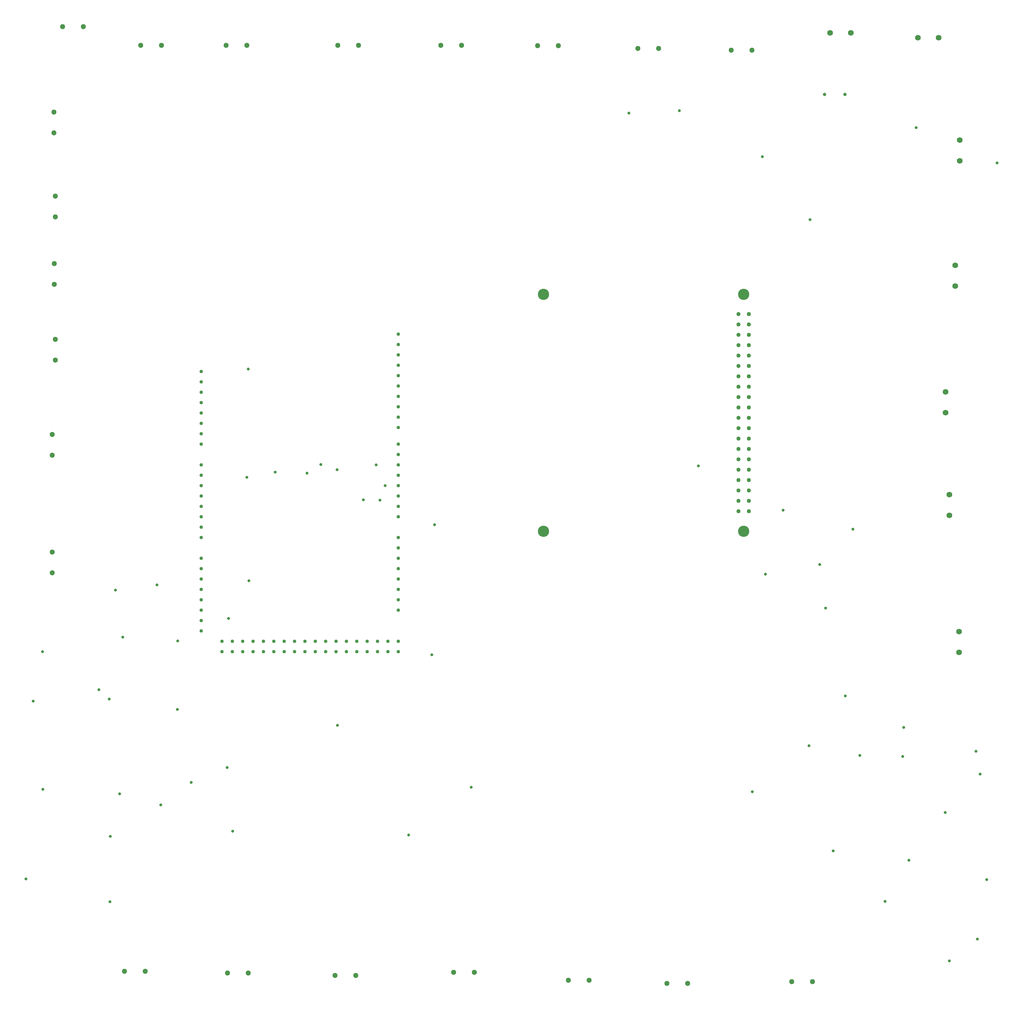
<source format=gbr>
%FSTAX25Y25*%
%MOIN*%
%SFA1B1*%

%IPPOS*%
%ADD52C,0.055118*%
%ADD53C,0.055118*%
%ADD54C,0.031496*%
%ADD55C,0.051181*%
%ADD56C,0.040157*%
%ADD57C,0.051181*%
%ADD58C,0.033465*%
%ADD59C,0.108268*%
%ADD60C,0.027953*%
G54D52*
X0866496Y0936771D03*
X0782007Y0941299D03*
X0802007D03*
X0886496Y0936771D03*
G54D53*
X0907007Y0837992D03*
X0902519Y071748D03*
X0893307Y0595511D03*
X0897007Y0496496D03*
X0906299Y0364488D03*
X0897007Y0476496D03*
X0906299Y0344488D03*
X0907007Y0817992D03*
X0902519Y069748D03*
X0893307Y0575511D03*
G54D54*
X0796338Y0882007D03*
X0776653D03*
G54D55*
X0686653Y0924803D03*
X0596653Y0926299D03*
X05Y0929015D03*
X0765Y0027007D03*
X0644488Y0025511D03*
X0549488Y0028503D03*
X0439015Y003622D03*
X0406653Y0929291D03*
X0307165D03*
X0199645D03*
X0117165D03*
X0062007Y094748D03*
X0324488Y0033228D03*
X0220984Y0035511D03*
X0121496Y0037007D03*
X0101496D03*
X0200984Y0035511D03*
X0304488Y0033228D03*
X0419015Y003622D03*
X0529488Y0028503D03*
X0624488Y0025511D03*
X0745Y0027007D03*
X0616653Y0926299D03*
X0219645Y0929291D03*
X0137165D03*
X0327165D03*
X0426653D03*
X052Y0929015D03*
X0706653Y0924803D03*
X0042007Y094748D03*
G54D56*
X0693464Y0480354D03*
Y0670354D03*
Y0660354D03*
Y0650354D03*
Y0640354D03*
Y0630354D03*
Y0620354D03*
X0703464Y0670354D03*
Y0660354D03*
Y0650354D03*
Y0640354D03*
Y0630354D03*
Y0620354D03*
X0693464Y0610354D03*
X0703464D03*
X0693464Y0600354D03*
Y0590354D03*
Y0580354D03*
Y0570354D03*
Y0560354D03*
Y0550354D03*
X0703464Y0600354D03*
Y0590354D03*
Y0580354D03*
Y0570354D03*
Y0560354D03*
Y0550354D03*
X0693464Y0540354D03*
X0703464D03*
X0693464Y0530354D03*
Y0520354D03*
Y0510354D03*
Y0500354D03*
Y0490354D03*
X0703464Y0530354D03*
Y0520354D03*
Y0510354D03*
Y0500354D03*
Y0490354D03*
Y0480354D03*
G54D57*
X0033503Y0845D03*
X0035Y0764015D03*
X0033937Y0699015D03*
X0034921Y0625984D03*
X0032007Y0534488D03*
Y0420984D03*
Y0440984D03*
X0033503Y0865D03*
X0035Y0784015D03*
X0032007Y0554488D03*
X0033937Y0719015D03*
X0034921Y0645984D03*
G54D58*
X0195511Y0345D03*
X0295511Y0355D03*
X0305511D03*
X0365511Y0535D03*
X0265511Y0355D03*
X0325511D03*
X0365511Y0545D03*
X0175511Y0615D03*
Y0605D03*
Y0595D03*
Y0585D03*
Y0575D03*
Y0565D03*
Y0555D03*
Y0545D03*
Y0525D03*
Y0515D03*
Y0505D03*
Y0495D03*
Y0485D03*
Y0475D03*
Y0465D03*
Y0455D03*
Y0435D03*
Y0425D03*
Y0415D03*
Y0405D03*
Y0395D03*
Y0385D03*
Y0375D03*
Y0365D03*
X0195511Y0355D03*
X0205511Y0345D03*
Y0355D03*
X0215511Y0345D03*
Y0355D03*
X0225511Y0345D03*
Y0355D03*
X0235511D03*
Y0345D03*
X0245511Y0355D03*
Y0345D03*
X0255511Y0355D03*
Y0345D03*
X0265511D03*
X0275511Y0355D03*
Y0345D03*
X0285511Y0355D03*
Y0345D03*
X0295511D03*
X0305511D03*
X0315511Y0355D03*
Y0345D03*
X0325511D03*
X0335511Y0355D03*
Y0345D03*
X0345511Y0355D03*
Y0345D03*
X0355511Y0355D03*
Y0345D03*
X0365511Y0355D03*
Y0345D03*
Y0385D03*
Y0395D03*
Y0405D03*
Y0415D03*
Y0425D03*
Y0435D03*
Y0445D03*
Y0455D03*
Y0475D03*
Y0485D03*
Y0495D03*
Y0505D03*
Y0515D03*
Y0525D03*
Y0560984D03*
Y0570984D03*
Y0580984D03*
Y0590984D03*
Y0600984D03*
Y0610984D03*
Y0620984D03*
Y0630984D03*
Y0640984D03*
Y0650984D03*
G54D59*
X0505551Y0689527D03*
Y0461181D03*
X0698464D03*
Y0689527D03*
G54D60*
X0924015Y0067992D03*
X0857992Y0144015D03*
X0926692Y0227204D03*
X0922519Y0249015D03*
X0852992Y0272007D03*
X0852007Y0244015D03*
X0835Y0104488D03*
X0785Y0152992D03*
X0220984Y0617519D03*
X0219488Y0512992D03*
X0892992Y019D03*
X0772007Y0429015D03*
X0221496Y0413503D03*
X0152992Y0355511D03*
X0347992Y0490984D03*
X0332007Y0491496D03*
X0352992Y0505D03*
X0897007Y0047007D03*
X0707007Y021D03*
X0655Y0524015D03*
X0344251Y0525D03*
X0932992Y0125511D03*
X0761496Y0254488D03*
X0719685Y0419685D03*
X0736496Y0481496D03*
X0777519Y0387007D03*
X0762519Y0761496D03*
X0306496Y0520511D03*
X0277519Y0517007D03*
X0810511Y0245D03*
X0804015Y0462992D03*
X0290984Y0525511D03*
X0796496Y030248D03*
X0435984Y0214488D03*
X0400511Y0467519D03*
X0636496Y0866496D03*
X0587992Y0864015D03*
X0165984Y0219015D03*
X0092992Y0404488D03*
X01Y0359015D03*
X0087007Y0299488D03*
X0087992Y0167007D03*
X0087519Y0104015D03*
X0013503Y0297519D03*
X0022519Y0345D03*
X0247007Y0517992D03*
X0202007Y0377007D03*
X0077007Y0308503D03*
X0152519Y0289488D03*
X0097007Y0207992D03*
X0205984Y0172007D03*
X0375511Y0168503D03*
X0022992Y021248D03*
X0132992Y0409488D03*
X0136496Y0197519D03*
X0307007Y0274015D03*
X0200511Y0233503D03*
X0006496Y0125984D03*
X0397992Y0342007D03*
X0716496Y0822007D03*
X0942992Y0815984D03*
X0865Y085D03*
M02*
</source>
